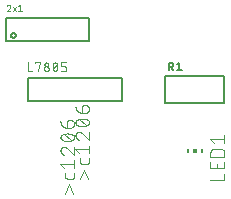
<source format=gbr>
G04 EAGLE Gerber RS-274X export*
G75*
%MOMM*%
%FSLAX34Y34*%
%LPD*%
%INSilkscreen Top*%
%IPPOS*%
%AMOC8*
5,1,8,0,0,1.08239X$1,22.5*%
G01*
%ADD10R,0.150000X0.300000*%
%ADD11R,0.300000X0.300000*%
%ADD12C,0.101600*%
%ADD13C,0.203200*%
%ADD14C,0.152400*%
%ADD15C,0.127000*%
%ADD16C,0.076200*%
%ADD17C,0.050800*%


D10*
X272700Y74700D03*
X260700Y74700D03*
D11*
X266700Y74700D03*
D12*
X279908Y50301D02*
X291592Y50301D01*
X291592Y55493D01*
X291592Y60207D02*
X291592Y65399D01*
X291592Y60207D02*
X279908Y60207D01*
X279908Y65399D01*
X285101Y64101D02*
X285101Y60207D01*
X279908Y70090D02*
X291592Y70090D01*
X279908Y70090D02*
X279908Y73335D01*
X279910Y73448D01*
X279916Y73561D01*
X279926Y73674D01*
X279940Y73787D01*
X279957Y73899D01*
X279979Y74010D01*
X280004Y74120D01*
X280034Y74230D01*
X280067Y74338D01*
X280104Y74445D01*
X280144Y74551D01*
X280189Y74655D01*
X280237Y74758D01*
X280288Y74859D01*
X280343Y74958D01*
X280401Y75055D01*
X280463Y75150D01*
X280528Y75243D01*
X280596Y75333D01*
X280667Y75421D01*
X280742Y75507D01*
X280819Y75590D01*
X280899Y75670D01*
X280982Y75747D01*
X281068Y75822D01*
X281156Y75893D01*
X281246Y75961D01*
X281339Y76026D01*
X281434Y76088D01*
X281531Y76146D01*
X281630Y76201D01*
X281731Y76252D01*
X281834Y76300D01*
X281938Y76345D01*
X282044Y76385D01*
X282151Y76422D01*
X282259Y76455D01*
X282369Y76485D01*
X282479Y76510D01*
X282590Y76532D01*
X282702Y76549D01*
X282815Y76563D01*
X282928Y76573D01*
X283041Y76579D01*
X283154Y76581D01*
X288346Y76581D01*
X288346Y76582D02*
X288459Y76580D01*
X288572Y76574D01*
X288685Y76564D01*
X288798Y76550D01*
X288910Y76533D01*
X289021Y76511D01*
X289131Y76486D01*
X289241Y76456D01*
X289349Y76423D01*
X289456Y76386D01*
X289562Y76346D01*
X289666Y76301D01*
X289769Y76253D01*
X289870Y76202D01*
X289969Y76147D01*
X290066Y76089D01*
X290161Y76027D01*
X290254Y75962D01*
X290344Y75894D01*
X290432Y75823D01*
X290518Y75748D01*
X290601Y75671D01*
X290681Y75591D01*
X290758Y75508D01*
X290833Y75422D01*
X290904Y75334D01*
X290972Y75244D01*
X291037Y75151D01*
X291099Y75056D01*
X291157Y74959D01*
X291212Y74860D01*
X291263Y74759D01*
X291311Y74656D01*
X291356Y74552D01*
X291396Y74446D01*
X291433Y74339D01*
X291466Y74231D01*
X291496Y74121D01*
X291521Y74011D01*
X291543Y73900D01*
X291560Y73788D01*
X291574Y73675D01*
X291584Y73562D01*
X291590Y73449D01*
X291592Y73336D01*
X291592Y73335D02*
X291592Y70090D01*
X282504Y81901D02*
X279908Y85146D01*
X291592Y85146D01*
X291592Y81901D02*
X291592Y88392D01*
D13*
X291592Y138430D02*
X241808Y138430D01*
X291592Y138430D02*
X291592Y115570D01*
X241808Y115570D01*
X241808Y138430D01*
D14*
X244602Y143002D02*
X244602Y149606D01*
X246436Y149606D01*
X246521Y149604D01*
X246605Y149598D01*
X246689Y149588D01*
X246773Y149575D01*
X246856Y149557D01*
X246938Y149536D01*
X247019Y149511D01*
X247099Y149482D01*
X247177Y149450D01*
X247253Y149414D01*
X247328Y149374D01*
X247401Y149331D01*
X247472Y149285D01*
X247541Y149236D01*
X247608Y149183D01*
X247672Y149127D01*
X247733Y149069D01*
X247791Y149008D01*
X247847Y148944D01*
X247900Y148877D01*
X247949Y148808D01*
X247995Y148737D01*
X248038Y148664D01*
X248078Y148589D01*
X248114Y148513D01*
X248146Y148435D01*
X248175Y148355D01*
X248200Y148274D01*
X248221Y148192D01*
X248239Y148109D01*
X248252Y148025D01*
X248262Y147941D01*
X248268Y147857D01*
X248270Y147772D01*
X248268Y147687D01*
X248262Y147603D01*
X248252Y147519D01*
X248239Y147435D01*
X248221Y147352D01*
X248200Y147270D01*
X248175Y147189D01*
X248146Y147109D01*
X248114Y147031D01*
X248078Y146955D01*
X248038Y146880D01*
X247995Y146807D01*
X247949Y146736D01*
X247900Y146667D01*
X247847Y146600D01*
X247791Y146536D01*
X247733Y146475D01*
X247672Y146417D01*
X247608Y146361D01*
X247541Y146308D01*
X247472Y146259D01*
X247401Y146213D01*
X247328Y146170D01*
X247253Y146130D01*
X247177Y146094D01*
X247099Y146062D01*
X247019Y146033D01*
X246938Y146008D01*
X246856Y145987D01*
X246773Y145969D01*
X246689Y145956D01*
X246605Y145946D01*
X246521Y145940D01*
X246436Y145938D01*
X246436Y145937D02*
X244602Y145937D01*
X246803Y145937D02*
X248271Y143002D01*
X251838Y148138D02*
X253673Y149606D01*
X253673Y143002D01*
X255507Y143002D02*
X251838Y143002D01*
D15*
X125100Y137000D02*
X125100Y117000D01*
X205100Y117000D01*
X205100Y137000D01*
X125100Y137000D01*
D16*
X125481Y142381D02*
X125481Y149747D01*
X125481Y142381D02*
X128755Y142381D01*
X131561Y148929D02*
X131561Y149747D01*
X135654Y149747D01*
X133607Y142381D01*
X138877Y144427D02*
X138879Y144516D01*
X138885Y144605D01*
X138895Y144694D01*
X138908Y144782D01*
X138925Y144870D01*
X138947Y144957D01*
X138972Y145042D01*
X139000Y145127D01*
X139033Y145210D01*
X139069Y145292D01*
X139108Y145372D01*
X139151Y145450D01*
X139197Y145526D01*
X139247Y145601D01*
X139300Y145673D01*
X139356Y145742D01*
X139415Y145809D01*
X139476Y145874D01*
X139541Y145935D01*
X139608Y145994D01*
X139677Y146050D01*
X139749Y146103D01*
X139824Y146153D01*
X139900Y146199D01*
X139978Y146242D01*
X140058Y146281D01*
X140140Y146317D01*
X140223Y146350D01*
X140308Y146378D01*
X140393Y146403D01*
X140480Y146425D01*
X140568Y146442D01*
X140656Y146455D01*
X140745Y146465D01*
X140834Y146471D01*
X140923Y146473D01*
X141012Y146471D01*
X141101Y146465D01*
X141190Y146455D01*
X141278Y146442D01*
X141366Y146425D01*
X141453Y146403D01*
X141538Y146378D01*
X141623Y146350D01*
X141706Y146317D01*
X141788Y146281D01*
X141868Y146242D01*
X141946Y146199D01*
X142022Y146153D01*
X142097Y146103D01*
X142169Y146050D01*
X142238Y145994D01*
X142305Y145935D01*
X142370Y145874D01*
X142431Y145809D01*
X142490Y145742D01*
X142546Y145673D01*
X142599Y145601D01*
X142649Y145526D01*
X142695Y145450D01*
X142738Y145372D01*
X142777Y145292D01*
X142813Y145210D01*
X142846Y145127D01*
X142874Y145042D01*
X142899Y144957D01*
X142921Y144870D01*
X142938Y144782D01*
X142951Y144694D01*
X142961Y144605D01*
X142967Y144516D01*
X142969Y144427D01*
X142967Y144338D01*
X142961Y144249D01*
X142951Y144160D01*
X142938Y144072D01*
X142921Y143984D01*
X142899Y143897D01*
X142874Y143812D01*
X142846Y143727D01*
X142813Y143644D01*
X142777Y143562D01*
X142738Y143482D01*
X142695Y143404D01*
X142649Y143328D01*
X142599Y143253D01*
X142546Y143181D01*
X142490Y143112D01*
X142431Y143045D01*
X142370Y142980D01*
X142305Y142919D01*
X142238Y142860D01*
X142169Y142804D01*
X142097Y142751D01*
X142022Y142701D01*
X141946Y142655D01*
X141868Y142612D01*
X141788Y142573D01*
X141706Y142537D01*
X141623Y142504D01*
X141538Y142476D01*
X141453Y142451D01*
X141366Y142429D01*
X141278Y142412D01*
X141190Y142399D01*
X141101Y142389D01*
X141012Y142383D01*
X140923Y142381D01*
X140834Y142383D01*
X140745Y142389D01*
X140656Y142399D01*
X140568Y142412D01*
X140480Y142429D01*
X140393Y142451D01*
X140308Y142476D01*
X140223Y142504D01*
X140140Y142537D01*
X140058Y142573D01*
X139978Y142612D01*
X139900Y142655D01*
X139824Y142701D01*
X139749Y142751D01*
X139677Y142804D01*
X139608Y142860D01*
X139541Y142919D01*
X139476Y142980D01*
X139415Y143045D01*
X139356Y143112D01*
X139300Y143181D01*
X139247Y143253D01*
X139197Y143328D01*
X139151Y143404D01*
X139108Y143482D01*
X139069Y143562D01*
X139033Y143644D01*
X139000Y143727D01*
X138972Y143812D01*
X138947Y143897D01*
X138925Y143984D01*
X138908Y144072D01*
X138895Y144160D01*
X138885Y144249D01*
X138879Y144338D01*
X138877Y144427D01*
X139286Y148110D02*
X139288Y148189D01*
X139294Y148268D01*
X139303Y148347D01*
X139316Y148425D01*
X139334Y148502D01*
X139354Y148578D01*
X139379Y148653D01*
X139407Y148727D01*
X139438Y148800D01*
X139474Y148871D01*
X139512Y148940D01*
X139554Y149007D01*
X139599Y149072D01*
X139647Y149135D01*
X139698Y149196D01*
X139752Y149253D01*
X139808Y149309D01*
X139867Y149361D01*
X139929Y149411D01*
X139993Y149457D01*
X140059Y149501D01*
X140127Y149541D01*
X140197Y149577D01*
X140269Y149611D01*
X140343Y149641D01*
X140417Y149667D01*
X140493Y149690D01*
X140570Y149708D01*
X140647Y149724D01*
X140726Y149735D01*
X140804Y149743D01*
X140883Y149747D01*
X140963Y149747D01*
X141042Y149743D01*
X141120Y149735D01*
X141199Y149724D01*
X141276Y149708D01*
X141353Y149690D01*
X141429Y149667D01*
X141503Y149641D01*
X141577Y149611D01*
X141649Y149577D01*
X141719Y149541D01*
X141787Y149501D01*
X141853Y149457D01*
X141917Y149411D01*
X141979Y149361D01*
X142038Y149309D01*
X142094Y149253D01*
X142148Y149196D01*
X142199Y149135D01*
X142247Y149072D01*
X142292Y149007D01*
X142334Y148940D01*
X142372Y148871D01*
X142408Y148800D01*
X142439Y148727D01*
X142467Y148653D01*
X142492Y148578D01*
X142512Y148502D01*
X142530Y148425D01*
X142543Y148347D01*
X142552Y148268D01*
X142558Y148189D01*
X142560Y148110D01*
X142558Y148031D01*
X142552Y147952D01*
X142543Y147873D01*
X142530Y147795D01*
X142512Y147718D01*
X142492Y147642D01*
X142467Y147567D01*
X142439Y147493D01*
X142408Y147420D01*
X142372Y147349D01*
X142334Y147280D01*
X142292Y147213D01*
X142247Y147148D01*
X142199Y147085D01*
X142148Y147024D01*
X142094Y146967D01*
X142038Y146911D01*
X141979Y146859D01*
X141917Y146809D01*
X141853Y146763D01*
X141787Y146719D01*
X141719Y146679D01*
X141649Y146643D01*
X141577Y146609D01*
X141503Y146579D01*
X141429Y146553D01*
X141353Y146530D01*
X141276Y146512D01*
X141199Y146496D01*
X141120Y146485D01*
X141042Y146477D01*
X140963Y146473D01*
X140883Y146473D01*
X140804Y146477D01*
X140726Y146485D01*
X140647Y146496D01*
X140570Y146512D01*
X140493Y146530D01*
X140417Y146553D01*
X140343Y146579D01*
X140269Y146609D01*
X140197Y146643D01*
X140127Y146679D01*
X140059Y146719D01*
X139993Y146763D01*
X139929Y146809D01*
X139867Y146859D01*
X139808Y146911D01*
X139752Y146967D01*
X139698Y147024D01*
X139647Y147085D01*
X139599Y147148D01*
X139554Y147213D01*
X139512Y147280D01*
X139474Y147349D01*
X139438Y147420D01*
X139407Y147493D01*
X139379Y147567D01*
X139354Y147642D01*
X139334Y147718D01*
X139316Y147795D01*
X139303Y147873D01*
X139294Y147952D01*
X139288Y148031D01*
X139286Y148110D01*
X146192Y146064D02*
X146194Y146217D01*
X146200Y146370D01*
X146209Y146522D01*
X146223Y146675D01*
X146240Y146827D01*
X146261Y146978D01*
X146286Y147129D01*
X146315Y147279D01*
X146347Y147429D01*
X146384Y147577D01*
X146424Y147725D01*
X146467Y147872D01*
X146515Y148017D01*
X146566Y148161D01*
X146620Y148304D01*
X146679Y148446D01*
X146740Y148585D01*
X146806Y148724D01*
X146832Y148794D01*
X146862Y148864D01*
X146895Y148931D01*
X146931Y148997D01*
X146970Y149061D01*
X147013Y149123D01*
X147059Y149182D01*
X147107Y149240D01*
X147158Y149294D01*
X147212Y149347D01*
X147269Y149396D01*
X147328Y149443D01*
X147389Y149486D01*
X147452Y149527D01*
X147517Y149564D01*
X147584Y149599D01*
X147653Y149629D01*
X147723Y149657D01*
X147794Y149680D01*
X147866Y149701D01*
X147939Y149717D01*
X148013Y149730D01*
X148088Y149740D01*
X148163Y149745D01*
X148238Y149747D01*
X148313Y149745D01*
X148388Y149740D01*
X148463Y149730D01*
X148537Y149717D01*
X148610Y149701D01*
X148682Y149680D01*
X148753Y149657D01*
X148823Y149629D01*
X148892Y149599D01*
X148959Y149564D01*
X149024Y149527D01*
X149087Y149486D01*
X149148Y149443D01*
X149207Y149396D01*
X149264Y149347D01*
X149318Y149294D01*
X149369Y149240D01*
X149418Y149182D01*
X149463Y149123D01*
X149506Y149061D01*
X149545Y148997D01*
X149582Y148931D01*
X149614Y148863D01*
X149644Y148794D01*
X149670Y148724D01*
X149735Y148586D01*
X149797Y148446D01*
X149855Y148304D01*
X149910Y148161D01*
X149961Y148017D01*
X150009Y147872D01*
X150052Y147725D01*
X150092Y147578D01*
X150129Y147429D01*
X150161Y147279D01*
X150190Y147129D01*
X150215Y146978D01*
X150236Y146827D01*
X150253Y146675D01*
X150267Y146522D01*
X150276Y146370D01*
X150282Y146217D01*
X150284Y146064D01*
X146191Y146064D02*
X146193Y145911D01*
X146199Y145758D01*
X146208Y145605D01*
X146222Y145453D01*
X146239Y145301D01*
X146260Y145150D01*
X146285Y144999D01*
X146314Y144848D01*
X146346Y144699D01*
X146383Y144550D01*
X146423Y144403D01*
X146466Y144256D01*
X146514Y144111D01*
X146565Y143966D01*
X146620Y143824D01*
X146678Y143682D01*
X146740Y143542D01*
X146805Y143404D01*
X146806Y143404D02*
X146832Y143333D01*
X146862Y143264D01*
X146895Y143197D01*
X146931Y143131D01*
X146970Y143067D01*
X147013Y143005D01*
X147059Y142946D01*
X147107Y142888D01*
X147158Y142834D01*
X147212Y142781D01*
X147269Y142732D01*
X147328Y142685D01*
X147389Y142642D01*
X147452Y142601D01*
X147517Y142564D01*
X147584Y142529D01*
X147653Y142499D01*
X147723Y142471D01*
X147794Y142448D01*
X147866Y142427D01*
X147939Y142411D01*
X148013Y142398D01*
X148088Y142388D01*
X148163Y142383D01*
X148238Y142381D01*
X149670Y143404D02*
X149735Y143542D01*
X149797Y143682D01*
X149855Y143824D01*
X149910Y143967D01*
X149961Y144111D01*
X150009Y144256D01*
X150052Y144403D01*
X150092Y144551D01*
X150129Y144699D01*
X150161Y144849D01*
X150190Y144999D01*
X150215Y145150D01*
X150236Y145301D01*
X150253Y145453D01*
X150267Y145606D01*
X150276Y145758D01*
X150282Y145911D01*
X150284Y146064D01*
X149670Y143404D02*
X149644Y143334D01*
X149614Y143264D01*
X149582Y143197D01*
X149545Y143131D01*
X149506Y143067D01*
X149463Y143005D01*
X149417Y142946D01*
X149369Y142888D01*
X149318Y142834D01*
X149264Y142781D01*
X149207Y142732D01*
X149148Y142685D01*
X149087Y142642D01*
X149024Y142601D01*
X148959Y142564D01*
X148892Y142529D01*
X148823Y142499D01*
X148753Y142471D01*
X148682Y142448D01*
X148610Y142427D01*
X148537Y142411D01*
X148463Y142398D01*
X148388Y142388D01*
X148313Y142383D01*
X148238Y142381D01*
X146601Y144018D02*
X149875Y148110D01*
X153507Y142381D02*
X155962Y142381D01*
X156040Y142383D01*
X156118Y142388D01*
X156195Y142398D01*
X156272Y142411D01*
X156348Y142427D01*
X156423Y142447D01*
X156497Y142471D01*
X156570Y142498D01*
X156642Y142529D01*
X156712Y142563D01*
X156781Y142600D01*
X156847Y142641D01*
X156912Y142685D01*
X156974Y142731D01*
X157034Y142781D01*
X157092Y142833D01*
X157147Y142888D01*
X157199Y142946D01*
X157249Y143006D01*
X157295Y143068D01*
X157339Y143133D01*
X157380Y143200D01*
X157417Y143268D01*
X157451Y143338D01*
X157482Y143410D01*
X157509Y143483D01*
X157533Y143557D01*
X157553Y143632D01*
X157569Y143708D01*
X157582Y143785D01*
X157592Y143862D01*
X157597Y143940D01*
X157599Y144018D01*
X157599Y144836D01*
X157597Y144914D01*
X157592Y144992D01*
X157582Y145069D01*
X157569Y145146D01*
X157553Y145222D01*
X157533Y145297D01*
X157509Y145371D01*
X157482Y145444D01*
X157451Y145516D01*
X157417Y145586D01*
X157380Y145655D01*
X157339Y145721D01*
X157295Y145786D01*
X157249Y145848D01*
X157199Y145908D01*
X157147Y145966D01*
X157092Y146021D01*
X157034Y146073D01*
X156974Y146123D01*
X156912Y146169D01*
X156847Y146213D01*
X156781Y146254D01*
X156712Y146291D01*
X156642Y146325D01*
X156570Y146356D01*
X156497Y146383D01*
X156423Y146407D01*
X156348Y146427D01*
X156272Y146443D01*
X156195Y146456D01*
X156118Y146466D01*
X156040Y146471D01*
X155962Y146473D01*
X153507Y146473D01*
X153507Y149747D01*
X157599Y149747D01*
D15*
X107000Y167800D02*
X107000Y187800D01*
X107000Y167800D02*
X177000Y167800D01*
X177000Y187800D01*
X107000Y187800D01*
D17*
X110358Y197245D02*
X110356Y197318D01*
X110350Y197391D01*
X110341Y197464D01*
X110327Y197535D01*
X110310Y197607D01*
X110290Y197677D01*
X110265Y197746D01*
X110237Y197813D01*
X110206Y197879D01*
X110171Y197944D01*
X110133Y198006D01*
X110091Y198066D01*
X110047Y198124D01*
X109999Y198180D01*
X109949Y198233D01*
X109896Y198283D01*
X109840Y198331D01*
X109782Y198375D01*
X109722Y198417D01*
X109660Y198455D01*
X109595Y198490D01*
X109529Y198521D01*
X109462Y198549D01*
X109393Y198574D01*
X109323Y198594D01*
X109251Y198611D01*
X109180Y198625D01*
X109107Y198634D01*
X109034Y198640D01*
X108961Y198642D01*
X108877Y198640D01*
X108794Y198634D01*
X108711Y198625D01*
X108629Y198611D01*
X108547Y198594D01*
X108466Y198572D01*
X108386Y198547D01*
X108308Y198519D01*
X108230Y198487D01*
X108155Y198451D01*
X108081Y198412D01*
X108009Y198369D01*
X107939Y198323D01*
X107872Y198274D01*
X107806Y198221D01*
X107744Y198166D01*
X107684Y198108D01*
X107626Y198047D01*
X107572Y197984D01*
X107520Y197918D01*
X107472Y197850D01*
X107427Y197779D01*
X107385Y197707D01*
X107347Y197632D01*
X107312Y197556D01*
X107281Y197479D01*
X107253Y197400D01*
X109892Y196159D02*
X109946Y196212D01*
X109997Y196269D01*
X110045Y196328D01*
X110090Y196389D01*
X110131Y196452D01*
X110170Y196518D01*
X110205Y196585D01*
X110237Y196654D01*
X110265Y196725D01*
X110289Y196796D01*
X110310Y196869D01*
X110327Y196943D01*
X110341Y197018D01*
X110350Y197093D01*
X110356Y197169D01*
X110358Y197245D01*
X109893Y196158D02*
X107254Y193054D01*
X110358Y193054D01*
X112502Y193054D02*
X114986Y196779D01*
X112502Y196779D02*
X114986Y193054D01*
X117129Y197400D02*
X118682Y198642D01*
X118682Y193054D01*
X120234Y193054D02*
X117129Y193054D01*
D15*
X111000Y172800D02*
X111002Y172889D01*
X111008Y172978D01*
X111018Y173067D01*
X111032Y173155D01*
X111049Y173242D01*
X111071Y173328D01*
X111097Y173414D01*
X111126Y173498D01*
X111159Y173581D01*
X111195Y173662D01*
X111236Y173742D01*
X111279Y173819D01*
X111326Y173895D01*
X111377Y173968D01*
X111430Y174039D01*
X111487Y174108D01*
X111547Y174174D01*
X111610Y174238D01*
X111675Y174298D01*
X111743Y174356D01*
X111814Y174410D01*
X111887Y174461D01*
X111962Y174509D01*
X112039Y174554D01*
X112118Y174595D01*
X112199Y174632D01*
X112281Y174666D01*
X112365Y174697D01*
X112450Y174723D01*
X112536Y174746D01*
X112623Y174764D01*
X112711Y174779D01*
X112800Y174790D01*
X112889Y174797D01*
X112978Y174800D01*
X113067Y174799D01*
X113156Y174794D01*
X113244Y174785D01*
X113333Y174772D01*
X113420Y174755D01*
X113507Y174735D01*
X113593Y174710D01*
X113677Y174682D01*
X113760Y174650D01*
X113842Y174614D01*
X113922Y174575D01*
X114000Y174532D01*
X114076Y174486D01*
X114150Y174436D01*
X114222Y174383D01*
X114291Y174327D01*
X114358Y174268D01*
X114422Y174206D01*
X114483Y174142D01*
X114542Y174074D01*
X114597Y174004D01*
X114649Y173932D01*
X114698Y173857D01*
X114743Y173781D01*
X114785Y173702D01*
X114823Y173622D01*
X114858Y173540D01*
X114889Y173456D01*
X114917Y173371D01*
X114940Y173285D01*
X114960Y173198D01*
X114976Y173111D01*
X114988Y173022D01*
X114996Y172934D01*
X115000Y172845D01*
X115000Y172755D01*
X114996Y172666D01*
X114988Y172578D01*
X114976Y172489D01*
X114960Y172402D01*
X114940Y172315D01*
X114917Y172229D01*
X114889Y172144D01*
X114858Y172060D01*
X114823Y171978D01*
X114785Y171898D01*
X114743Y171819D01*
X114698Y171743D01*
X114649Y171668D01*
X114597Y171596D01*
X114542Y171526D01*
X114483Y171458D01*
X114422Y171394D01*
X114358Y171332D01*
X114291Y171273D01*
X114222Y171217D01*
X114150Y171164D01*
X114076Y171114D01*
X114000Y171068D01*
X113922Y171025D01*
X113842Y170986D01*
X113760Y170950D01*
X113677Y170918D01*
X113593Y170890D01*
X113507Y170865D01*
X113420Y170845D01*
X113333Y170828D01*
X113244Y170815D01*
X113156Y170806D01*
X113067Y170801D01*
X112978Y170800D01*
X112889Y170803D01*
X112800Y170810D01*
X112711Y170821D01*
X112623Y170836D01*
X112536Y170854D01*
X112450Y170877D01*
X112365Y170903D01*
X112281Y170934D01*
X112199Y170968D01*
X112118Y171005D01*
X112039Y171046D01*
X111962Y171091D01*
X111887Y171139D01*
X111814Y171190D01*
X111743Y171244D01*
X111675Y171302D01*
X111610Y171362D01*
X111547Y171426D01*
X111487Y171492D01*
X111430Y171561D01*
X111377Y171632D01*
X111326Y171705D01*
X111279Y171781D01*
X111236Y171858D01*
X111195Y171938D01*
X111159Y172019D01*
X111126Y172102D01*
X111097Y172186D01*
X111071Y172272D01*
X111049Y172358D01*
X111032Y172445D01*
X111018Y172533D01*
X111008Y172622D01*
X111002Y172711D01*
X111000Y172800D01*
D12*
X160048Y46496D02*
X156803Y38707D01*
X163294Y38707D02*
X160048Y46496D01*
X164592Y53396D02*
X164592Y55992D01*
X164592Y53396D02*
X164590Y53309D01*
X164584Y53221D01*
X164574Y53135D01*
X164561Y53048D01*
X164543Y52963D01*
X164522Y52878D01*
X164497Y52794D01*
X164468Y52712D01*
X164435Y52631D01*
X164399Y52551D01*
X164360Y52473D01*
X164316Y52397D01*
X164270Y52323D01*
X164220Y52252D01*
X164167Y52182D01*
X164111Y52115D01*
X164052Y52051D01*
X163990Y51989D01*
X163926Y51930D01*
X163859Y51874D01*
X163789Y51821D01*
X163718Y51771D01*
X163644Y51725D01*
X163568Y51681D01*
X163490Y51642D01*
X163410Y51606D01*
X163329Y51573D01*
X163247Y51544D01*
X163163Y51519D01*
X163078Y51498D01*
X162993Y51480D01*
X162906Y51467D01*
X162820Y51457D01*
X162732Y51451D01*
X162645Y51449D01*
X162645Y51448D02*
X158750Y51448D01*
X158750Y51449D02*
X158663Y51451D01*
X158575Y51457D01*
X158489Y51467D01*
X158402Y51480D01*
X158317Y51498D01*
X158232Y51519D01*
X158148Y51544D01*
X158066Y51573D01*
X157985Y51606D01*
X157905Y51642D01*
X157827Y51681D01*
X157751Y51725D01*
X157677Y51771D01*
X157606Y51821D01*
X157536Y51874D01*
X157469Y51930D01*
X157405Y51989D01*
X157343Y52051D01*
X157284Y52115D01*
X157228Y52182D01*
X157175Y52252D01*
X157125Y52323D01*
X157079Y52397D01*
X157035Y52473D01*
X156996Y52551D01*
X156960Y52631D01*
X156927Y52712D01*
X156898Y52794D01*
X156873Y52878D01*
X156852Y52963D01*
X156834Y53048D01*
X156821Y53135D01*
X156811Y53221D01*
X156805Y53309D01*
X156803Y53396D01*
X156803Y55992D01*
X155504Y60311D02*
X152908Y63557D01*
X164592Y63557D01*
X164592Y66802D02*
X164592Y60311D01*
X152908Y75311D02*
X152910Y75418D01*
X152916Y75524D01*
X152926Y75630D01*
X152939Y75736D01*
X152957Y75842D01*
X152978Y75946D01*
X153003Y76050D01*
X153032Y76153D01*
X153064Y76254D01*
X153101Y76354D01*
X153141Y76453D01*
X153184Y76551D01*
X153231Y76647D01*
X153282Y76741D01*
X153336Y76833D01*
X153393Y76923D01*
X153453Y77011D01*
X153517Y77096D01*
X153584Y77179D01*
X153654Y77260D01*
X153726Y77338D01*
X153802Y77414D01*
X153880Y77486D01*
X153961Y77556D01*
X154044Y77623D01*
X154129Y77687D01*
X154217Y77747D01*
X154307Y77804D01*
X154399Y77858D01*
X154493Y77909D01*
X154589Y77956D01*
X154687Y77999D01*
X154786Y78039D01*
X154886Y78076D01*
X154987Y78108D01*
X155090Y78137D01*
X155194Y78162D01*
X155298Y78183D01*
X155404Y78201D01*
X155510Y78214D01*
X155616Y78224D01*
X155722Y78230D01*
X155829Y78232D01*
X152908Y75311D02*
X152910Y75190D01*
X152916Y75069D01*
X152926Y74949D01*
X152939Y74828D01*
X152957Y74709D01*
X152978Y74589D01*
X153003Y74471D01*
X153032Y74354D01*
X153065Y74237D01*
X153101Y74122D01*
X153142Y74008D01*
X153185Y73895D01*
X153233Y73783D01*
X153284Y73674D01*
X153339Y73566D01*
X153397Y73459D01*
X153458Y73355D01*
X153523Y73253D01*
X153591Y73153D01*
X153662Y73055D01*
X153736Y72959D01*
X153813Y72866D01*
X153894Y72776D01*
X153977Y72688D01*
X154063Y72603D01*
X154152Y72520D01*
X154243Y72441D01*
X154337Y72364D01*
X154433Y72291D01*
X154531Y72221D01*
X154632Y72154D01*
X154735Y72090D01*
X154840Y72030D01*
X154947Y71972D01*
X155055Y71919D01*
X155165Y71869D01*
X155277Y71823D01*
X155390Y71780D01*
X155505Y71741D01*
X158101Y77258D02*
X158023Y77337D01*
X157943Y77413D01*
X157860Y77486D01*
X157774Y77556D01*
X157687Y77623D01*
X157596Y77687D01*
X157504Y77747D01*
X157410Y77805D01*
X157313Y77859D01*
X157215Y77909D01*
X157115Y77956D01*
X157014Y78000D01*
X156911Y78040D01*
X156806Y78076D01*
X156701Y78108D01*
X156594Y78137D01*
X156487Y78162D01*
X156378Y78184D01*
X156269Y78201D01*
X156160Y78215D01*
X156050Y78224D01*
X155939Y78230D01*
X155829Y78232D01*
X158101Y77258D02*
X164592Y71741D01*
X164592Y78232D01*
X158750Y83171D02*
X158520Y83174D01*
X158290Y83182D01*
X158061Y83196D01*
X157832Y83215D01*
X157603Y83240D01*
X157375Y83270D01*
X157148Y83305D01*
X156922Y83346D01*
X156697Y83392D01*
X156473Y83444D01*
X156250Y83501D01*
X156029Y83563D01*
X155809Y83631D01*
X155591Y83704D01*
X155375Y83782D01*
X155161Y83865D01*
X154949Y83953D01*
X154738Y84046D01*
X154531Y84145D01*
X154531Y84144D02*
X154441Y84177D01*
X154352Y84213D01*
X154264Y84253D01*
X154179Y84297D01*
X154095Y84344D01*
X154013Y84394D01*
X153933Y84448D01*
X153856Y84504D01*
X153780Y84564D01*
X153707Y84627D01*
X153637Y84692D01*
X153569Y84761D01*
X153505Y84832D01*
X153443Y84905D01*
X153384Y84981D01*
X153328Y85059D01*
X153275Y85140D01*
X153226Y85222D01*
X153180Y85306D01*
X153137Y85393D01*
X153098Y85480D01*
X153062Y85570D01*
X153030Y85660D01*
X153002Y85752D01*
X152977Y85845D01*
X152956Y85939D01*
X152939Y86033D01*
X152925Y86128D01*
X152916Y86224D01*
X152910Y86320D01*
X152908Y86416D01*
X152910Y86512D01*
X152916Y86608D01*
X152925Y86704D01*
X152939Y86799D01*
X152956Y86893D01*
X152977Y86987D01*
X153002Y87080D01*
X153030Y87172D01*
X153062Y87262D01*
X153098Y87352D01*
X153137Y87440D01*
X153180Y87526D01*
X153226Y87610D01*
X153275Y87692D01*
X153328Y87773D01*
X153384Y87851D01*
X153443Y87927D01*
X153505Y88000D01*
X153569Y88071D01*
X153637Y88140D01*
X153707Y88205D01*
X153780Y88268D01*
X153856Y88328D01*
X153933Y88384D01*
X154013Y88438D01*
X154095Y88488D01*
X154179Y88535D01*
X154264Y88579D01*
X154352Y88619D01*
X154441Y88655D01*
X154531Y88688D01*
X154738Y88787D01*
X154949Y88880D01*
X155161Y88968D01*
X155375Y89051D01*
X155591Y89129D01*
X155809Y89202D01*
X156029Y89270D01*
X156250Y89332D01*
X156473Y89389D01*
X156697Y89441D01*
X156922Y89487D01*
X157148Y89528D01*
X157375Y89563D01*
X157603Y89593D01*
X157832Y89618D01*
X158061Y89637D01*
X158290Y89651D01*
X158520Y89659D01*
X158750Y89662D01*
X158750Y83171D02*
X158980Y83174D01*
X159210Y83182D01*
X159439Y83196D01*
X159668Y83215D01*
X159897Y83240D01*
X160125Y83270D01*
X160352Y83305D01*
X160578Y83346D01*
X160803Y83392D01*
X161027Y83444D01*
X161250Y83501D01*
X161471Y83563D01*
X161691Y83631D01*
X161909Y83704D01*
X162125Y83782D01*
X162339Y83865D01*
X162551Y83953D01*
X162762Y84046D01*
X162969Y84145D01*
X162969Y84144D02*
X163059Y84177D01*
X163148Y84213D01*
X163236Y84254D01*
X163321Y84297D01*
X163405Y84344D01*
X163487Y84394D01*
X163567Y84448D01*
X163644Y84504D01*
X163720Y84564D01*
X163793Y84627D01*
X163863Y84692D01*
X163931Y84761D01*
X163995Y84832D01*
X164057Y84905D01*
X164116Y84981D01*
X164172Y85059D01*
X164225Y85140D01*
X164274Y85222D01*
X164320Y85306D01*
X164363Y85393D01*
X164402Y85480D01*
X164438Y85570D01*
X164470Y85660D01*
X164498Y85752D01*
X164523Y85845D01*
X164544Y85939D01*
X164561Y86033D01*
X164575Y86128D01*
X164584Y86224D01*
X164590Y86320D01*
X164592Y86416D01*
X162969Y88688D02*
X162762Y88787D01*
X162551Y88880D01*
X162339Y88968D01*
X162125Y89051D01*
X161909Y89129D01*
X161691Y89202D01*
X161471Y89270D01*
X161250Y89332D01*
X161027Y89389D01*
X160803Y89441D01*
X160578Y89487D01*
X160352Y89528D01*
X160125Y89563D01*
X159897Y89593D01*
X159668Y89618D01*
X159439Y89637D01*
X159210Y89651D01*
X158980Y89659D01*
X158750Y89662D01*
X162969Y88688D02*
X163059Y88655D01*
X163148Y88619D01*
X163236Y88579D01*
X163321Y88535D01*
X163405Y88488D01*
X163487Y88438D01*
X163567Y88384D01*
X163644Y88328D01*
X163720Y88268D01*
X163793Y88205D01*
X163863Y88140D01*
X163931Y88071D01*
X163995Y88000D01*
X164057Y87927D01*
X164116Y87851D01*
X164172Y87773D01*
X164225Y87692D01*
X164274Y87610D01*
X164320Y87526D01*
X164363Y87439D01*
X164402Y87352D01*
X164438Y87262D01*
X164470Y87172D01*
X164498Y87080D01*
X164523Y86987D01*
X164544Y86893D01*
X164561Y86799D01*
X164575Y86704D01*
X164584Y86608D01*
X164590Y86512D01*
X164592Y86416D01*
X161996Y83820D02*
X155504Y89013D01*
X158101Y94601D02*
X158101Y98496D01*
X158103Y98595D01*
X158109Y98695D01*
X158118Y98794D01*
X158131Y98892D01*
X158148Y98990D01*
X158169Y99088D01*
X158194Y99184D01*
X158222Y99279D01*
X158254Y99373D01*
X158289Y99466D01*
X158328Y99558D01*
X158371Y99648D01*
X158416Y99736D01*
X158466Y99823D01*
X158518Y99907D01*
X158574Y99990D01*
X158632Y100070D01*
X158694Y100148D01*
X158759Y100223D01*
X158827Y100296D01*
X158897Y100366D01*
X158970Y100434D01*
X159045Y100499D01*
X159123Y100561D01*
X159203Y100619D01*
X159286Y100675D01*
X159370Y100727D01*
X159457Y100777D01*
X159545Y100822D01*
X159635Y100865D01*
X159727Y100904D01*
X159820Y100939D01*
X159914Y100971D01*
X160009Y100999D01*
X160105Y101024D01*
X160203Y101045D01*
X160301Y101062D01*
X160399Y101075D01*
X160498Y101084D01*
X160598Y101090D01*
X160697Y101092D01*
X161346Y101092D01*
X161459Y101090D01*
X161572Y101084D01*
X161685Y101074D01*
X161798Y101060D01*
X161910Y101043D01*
X162021Y101021D01*
X162131Y100996D01*
X162241Y100966D01*
X162349Y100933D01*
X162456Y100896D01*
X162562Y100856D01*
X162666Y100811D01*
X162769Y100763D01*
X162870Y100712D01*
X162969Y100657D01*
X163066Y100599D01*
X163161Y100537D01*
X163254Y100472D01*
X163344Y100404D01*
X163432Y100333D01*
X163518Y100258D01*
X163601Y100181D01*
X163681Y100101D01*
X163758Y100018D01*
X163833Y99932D01*
X163904Y99844D01*
X163972Y99754D01*
X164037Y99661D01*
X164099Y99566D01*
X164157Y99469D01*
X164212Y99370D01*
X164263Y99269D01*
X164311Y99166D01*
X164356Y99062D01*
X164396Y98956D01*
X164433Y98849D01*
X164466Y98741D01*
X164496Y98631D01*
X164521Y98521D01*
X164543Y98410D01*
X164560Y98298D01*
X164574Y98185D01*
X164584Y98072D01*
X164590Y97959D01*
X164592Y97846D01*
X164590Y97733D01*
X164584Y97620D01*
X164574Y97507D01*
X164560Y97394D01*
X164543Y97282D01*
X164521Y97171D01*
X164496Y97061D01*
X164466Y96951D01*
X164433Y96843D01*
X164396Y96736D01*
X164356Y96630D01*
X164311Y96526D01*
X164263Y96423D01*
X164212Y96322D01*
X164157Y96223D01*
X164099Y96126D01*
X164037Y96031D01*
X163972Y95938D01*
X163904Y95848D01*
X163833Y95760D01*
X163758Y95674D01*
X163681Y95591D01*
X163601Y95511D01*
X163518Y95434D01*
X163432Y95359D01*
X163344Y95288D01*
X163254Y95220D01*
X163161Y95155D01*
X163066Y95093D01*
X162969Y95035D01*
X162870Y94980D01*
X162769Y94929D01*
X162666Y94881D01*
X162562Y94836D01*
X162456Y94796D01*
X162349Y94759D01*
X162241Y94726D01*
X162131Y94696D01*
X162021Y94671D01*
X161910Y94649D01*
X161798Y94632D01*
X161685Y94618D01*
X161572Y94608D01*
X161459Y94602D01*
X161346Y94600D01*
X161346Y94601D02*
X158101Y94601D01*
X157958Y94603D01*
X157815Y94609D01*
X157672Y94619D01*
X157530Y94633D01*
X157388Y94650D01*
X157246Y94672D01*
X157105Y94697D01*
X156965Y94727D01*
X156826Y94760D01*
X156688Y94797D01*
X156551Y94838D01*
X156415Y94882D01*
X156280Y94931D01*
X156147Y94983D01*
X156015Y95038D01*
X155885Y95098D01*
X155756Y95161D01*
X155629Y95227D01*
X155505Y95297D01*
X155382Y95370D01*
X155261Y95447D01*
X155142Y95526D01*
X155026Y95610D01*
X154911Y95696D01*
X154800Y95785D01*
X154691Y95878D01*
X154584Y95973D01*
X154480Y96072D01*
X154379Y96173D01*
X154280Y96277D01*
X154185Y96383D01*
X154092Y96493D01*
X154003Y96604D01*
X153917Y96718D01*
X153834Y96835D01*
X153754Y96954D01*
X153677Y97075D01*
X153604Y97197D01*
X153534Y97322D01*
X153468Y97449D01*
X153405Y97578D01*
X153345Y97708D01*
X153290Y97840D01*
X153238Y97973D01*
X153189Y98108D01*
X153145Y98244D01*
X153104Y98381D01*
X153067Y98519D01*
X153034Y98658D01*
X153004Y98798D01*
X152979Y98939D01*
X152957Y99081D01*
X152940Y99223D01*
X152926Y99365D01*
X152916Y99508D01*
X152910Y99651D01*
X152908Y99794D01*
X172748Y59097D02*
X169503Y51308D01*
X175994Y51308D02*
X172748Y59097D01*
X177292Y65997D02*
X177292Y68593D01*
X177292Y65997D02*
X177290Y65910D01*
X177284Y65822D01*
X177274Y65736D01*
X177261Y65649D01*
X177243Y65564D01*
X177222Y65479D01*
X177197Y65395D01*
X177168Y65313D01*
X177135Y65232D01*
X177099Y65152D01*
X177060Y65074D01*
X177016Y64998D01*
X176970Y64924D01*
X176920Y64853D01*
X176867Y64783D01*
X176811Y64716D01*
X176752Y64652D01*
X176690Y64590D01*
X176626Y64531D01*
X176559Y64475D01*
X176489Y64422D01*
X176418Y64372D01*
X176344Y64326D01*
X176268Y64282D01*
X176190Y64243D01*
X176110Y64207D01*
X176029Y64174D01*
X175947Y64145D01*
X175863Y64120D01*
X175778Y64099D01*
X175693Y64081D01*
X175606Y64068D01*
X175520Y64058D01*
X175432Y64052D01*
X175345Y64050D01*
X171450Y64050D01*
X171363Y64052D01*
X171275Y64058D01*
X171189Y64068D01*
X171102Y64081D01*
X171017Y64099D01*
X170932Y64120D01*
X170848Y64145D01*
X170766Y64174D01*
X170685Y64207D01*
X170605Y64243D01*
X170527Y64282D01*
X170451Y64326D01*
X170377Y64372D01*
X170306Y64422D01*
X170236Y64475D01*
X170169Y64531D01*
X170105Y64590D01*
X170043Y64652D01*
X169984Y64716D01*
X169928Y64783D01*
X169875Y64853D01*
X169825Y64924D01*
X169779Y64998D01*
X169735Y65074D01*
X169696Y65152D01*
X169660Y65232D01*
X169627Y65313D01*
X169598Y65395D01*
X169573Y65479D01*
X169552Y65564D01*
X169534Y65649D01*
X169521Y65736D01*
X169511Y65822D01*
X169505Y65910D01*
X169503Y65997D01*
X169503Y68593D01*
X168204Y72912D02*
X165608Y76158D01*
X177292Y76158D01*
X177292Y79403D02*
X177292Y72912D01*
X165608Y87912D02*
X165610Y88019D01*
X165616Y88125D01*
X165626Y88231D01*
X165639Y88337D01*
X165657Y88443D01*
X165678Y88547D01*
X165703Y88651D01*
X165732Y88754D01*
X165764Y88855D01*
X165801Y88955D01*
X165841Y89054D01*
X165884Y89152D01*
X165931Y89248D01*
X165982Y89342D01*
X166036Y89434D01*
X166093Y89524D01*
X166153Y89612D01*
X166217Y89697D01*
X166284Y89780D01*
X166354Y89861D01*
X166426Y89939D01*
X166502Y90015D01*
X166580Y90087D01*
X166661Y90157D01*
X166744Y90224D01*
X166829Y90288D01*
X166917Y90348D01*
X167007Y90405D01*
X167099Y90459D01*
X167193Y90510D01*
X167289Y90557D01*
X167387Y90600D01*
X167486Y90640D01*
X167586Y90677D01*
X167687Y90709D01*
X167790Y90738D01*
X167894Y90763D01*
X167998Y90784D01*
X168104Y90802D01*
X168210Y90815D01*
X168316Y90825D01*
X168422Y90831D01*
X168529Y90833D01*
X165608Y87912D02*
X165610Y87791D01*
X165616Y87670D01*
X165626Y87550D01*
X165639Y87429D01*
X165657Y87310D01*
X165678Y87190D01*
X165703Y87072D01*
X165732Y86955D01*
X165765Y86838D01*
X165801Y86723D01*
X165842Y86609D01*
X165885Y86496D01*
X165933Y86384D01*
X165984Y86275D01*
X166039Y86167D01*
X166097Y86060D01*
X166158Y85956D01*
X166223Y85854D01*
X166291Y85754D01*
X166362Y85656D01*
X166436Y85560D01*
X166513Y85467D01*
X166594Y85377D01*
X166677Y85289D01*
X166763Y85204D01*
X166852Y85121D01*
X166943Y85042D01*
X167037Y84965D01*
X167133Y84892D01*
X167231Y84822D01*
X167332Y84755D01*
X167435Y84691D01*
X167540Y84631D01*
X167647Y84573D01*
X167755Y84520D01*
X167865Y84470D01*
X167977Y84424D01*
X168090Y84381D01*
X168205Y84342D01*
X170801Y89859D02*
X170723Y89938D01*
X170643Y90014D01*
X170560Y90087D01*
X170474Y90157D01*
X170387Y90224D01*
X170296Y90288D01*
X170204Y90348D01*
X170110Y90406D01*
X170013Y90460D01*
X169915Y90510D01*
X169815Y90557D01*
X169714Y90601D01*
X169611Y90641D01*
X169506Y90677D01*
X169401Y90709D01*
X169294Y90738D01*
X169187Y90763D01*
X169078Y90785D01*
X168969Y90802D01*
X168860Y90816D01*
X168750Y90825D01*
X168639Y90831D01*
X168529Y90833D01*
X170801Y89859D02*
X177292Y84342D01*
X177292Y90833D01*
X171450Y95772D02*
X171220Y95775D01*
X170990Y95783D01*
X170761Y95797D01*
X170532Y95816D01*
X170303Y95841D01*
X170075Y95871D01*
X169848Y95906D01*
X169622Y95947D01*
X169397Y95993D01*
X169173Y96045D01*
X168950Y96102D01*
X168729Y96164D01*
X168509Y96232D01*
X168291Y96305D01*
X168075Y96383D01*
X167861Y96466D01*
X167649Y96554D01*
X167438Y96647D01*
X167231Y96746D01*
X167141Y96779D01*
X167052Y96815D01*
X166964Y96855D01*
X166879Y96899D01*
X166795Y96946D01*
X166713Y96996D01*
X166633Y97050D01*
X166556Y97106D01*
X166480Y97166D01*
X166407Y97229D01*
X166337Y97294D01*
X166269Y97363D01*
X166205Y97434D01*
X166143Y97507D01*
X166084Y97583D01*
X166028Y97661D01*
X165975Y97742D01*
X165926Y97824D01*
X165880Y97908D01*
X165837Y97995D01*
X165798Y98082D01*
X165762Y98172D01*
X165730Y98262D01*
X165702Y98354D01*
X165677Y98447D01*
X165656Y98541D01*
X165639Y98635D01*
X165625Y98730D01*
X165616Y98826D01*
X165610Y98922D01*
X165608Y99018D01*
X165610Y99114D01*
X165616Y99210D01*
X165625Y99306D01*
X165639Y99401D01*
X165656Y99495D01*
X165677Y99589D01*
X165702Y99682D01*
X165730Y99774D01*
X165762Y99864D01*
X165798Y99954D01*
X165837Y100042D01*
X165880Y100128D01*
X165926Y100212D01*
X165975Y100294D01*
X166028Y100375D01*
X166084Y100453D01*
X166143Y100529D01*
X166205Y100602D01*
X166269Y100673D01*
X166337Y100742D01*
X166407Y100807D01*
X166480Y100870D01*
X166556Y100930D01*
X166633Y100986D01*
X166713Y101040D01*
X166795Y101090D01*
X166879Y101137D01*
X166964Y101181D01*
X167052Y101221D01*
X167141Y101257D01*
X167231Y101290D01*
X167231Y101289D02*
X167438Y101388D01*
X167649Y101481D01*
X167861Y101569D01*
X168075Y101652D01*
X168291Y101730D01*
X168509Y101803D01*
X168729Y101871D01*
X168950Y101933D01*
X169173Y101990D01*
X169397Y102042D01*
X169622Y102088D01*
X169848Y102129D01*
X170075Y102164D01*
X170303Y102194D01*
X170532Y102219D01*
X170761Y102238D01*
X170990Y102252D01*
X171220Y102260D01*
X171450Y102263D01*
X171450Y95772D02*
X171680Y95775D01*
X171910Y95783D01*
X172139Y95797D01*
X172368Y95816D01*
X172597Y95841D01*
X172825Y95871D01*
X173052Y95906D01*
X173278Y95947D01*
X173503Y95993D01*
X173727Y96045D01*
X173950Y96102D01*
X174171Y96164D01*
X174391Y96232D01*
X174609Y96305D01*
X174825Y96383D01*
X175039Y96466D01*
X175251Y96554D01*
X175462Y96647D01*
X175669Y96746D01*
X175759Y96779D01*
X175848Y96815D01*
X175936Y96856D01*
X176021Y96899D01*
X176105Y96946D01*
X176187Y96996D01*
X176267Y97050D01*
X176344Y97106D01*
X176420Y97166D01*
X176493Y97229D01*
X176563Y97294D01*
X176631Y97363D01*
X176695Y97434D01*
X176757Y97507D01*
X176816Y97583D01*
X176872Y97661D01*
X176925Y97742D01*
X176974Y97824D01*
X177020Y97908D01*
X177063Y97995D01*
X177102Y98082D01*
X177138Y98172D01*
X177170Y98262D01*
X177198Y98354D01*
X177223Y98447D01*
X177244Y98541D01*
X177261Y98635D01*
X177275Y98730D01*
X177284Y98826D01*
X177290Y98922D01*
X177292Y99018D01*
X175669Y101289D02*
X175462Y101388D01*
X175251Y101481D01*
X175039Y101569D01*
X174825Y101652D01*
X174609Y101730D01*
X174391Y101803D01*
X174171Y101871D01*
X173950Y101933D01*
X173727Y101990D01*
X173503Y102042D01*
X173278Y102088D01*
X173052Y102129D01*
X172825Y102164D01*
X172597Y102194D01*
X172368Y102219D01*
X172139Y102238D01*
X171910Y102252D01*
X171680Y102260D01*
X171450Y102263D01*
X175669Y101290D02*
X175759Y101257D01*
X175848Y101221D01*
X175936Y101181D01*
X176021Y101137D01*
X176105Y101090D01*
X176187Y101040D01*
X176267Y100986D01*
X176344Y100930D01*
X176420Y100870D01*
X176493Y100807D01*
X176563Y100742D01*
X176631Y100673D01*
X176695Y100602D01*
X176757Y100529D01*
X176816Y100453D01*
X176872Y100375D01*
X176925Y100294D01*
X176974Y100212D01*
X177020Y100128D01*
X177063Y100041D01*
X177102Y99954D01*
X177138Y99864D01*
X177170Y99774D01*
X177198Y99682D01*
X177223Y99589D01*
X177244Y99495D01*
X177261Y99401D01*
X177275Y99306D01*
X177284Y99210D01*
X177290Y99114D01*
X177292Y99018D01*
X174696Y96421D02*
X168204Y101614D01*
X170801Y107202D02*
X170801Y111097D01*
X170803Y111196D01*
X170809Y111296D01*
X170818Y111395D01*
X170831Y111493D01*
X170848Y111591D01*
X170869Y111689D01*
X170894Y111785D01*
X170922Y111880D01*
X170954Y111974D01*
X170989Y112067D01*
X171028Y112159D01*
X171071Y112249D01*
X171116Y112337D01*
X171166Y112424D01*
X171218Y112508D01*
X171274Y112591D01*
X171332Y112671D01*
X171394Y112749D01*
X171459Y112824D01*
X171527Y112897D01*
X171597Y112967D01*
X171670Y113035D01*
X171745Y113100D01*
X171823Y113162D01*
X171903Y113220D01*
X171986Y113276D01*
X172070Y113328D01*
X172157Y113378D01*
X172245Y113423D01*
X172335Y113466D01*
X172427Y113505D01*
X172520Y113540D01*
X172614Y113572D01*
X172709Y113600D01*
X172805Y113625D01*
X172903Y113646D01*
X173001Y113663D01*
X173099Y113676D01*
X173198Y113685D01*
X173298Y113691D01*
X173397Y113693D01*
X174046Y113693D01*
X174046Y113694D02*
X174159Y113692D01*
X174272Y113686D01*
X174385Y113676D01*
X174498Y113662D01*
X174610Y113645D01*
X174721Y113623D01*
X174831Y113598D01*
X174941Y113568D01*
X175049Y113535D01*
X175156Y113498D01*
X175262Y113458D01*
X175366Y113413D01*
X175469Y113365D01*
X175570Y113314D01*
X175669Y113259D01*
X175766Y113201D01*
X175861Y113139D01*
X175954Y113074D01*
X176044Y113006D01*
X176132Y112935D01*
X176218Y112860D01*
X176301Y112783D01*
X176381Y112703D01*
X176458Y112620D01*
X176533Y112534D01*
X176604Y112446D01*
X176672Y112356D01*
X176737Y112263D01*
X176799Y112168D01*
X176857Y112071D01*
X176912Y111972D01*
X176963Y111871D01*
X177011Y111768D01*
X177056Y111664D01*
X177096Y111558D01*
X177133Y111451D01*
X177166Y111343D01*
X177196Y111233D01*
X177221Y111123D01*
X177243Y111012D01*
X177260Y110900D01*
X177274Y110787D01*
X177284Y110674D01*
X177290Y110561D01*
X177292Y110448D01*
X177290Y110335D01*
X177284Y110222D01*
X177274Y110109D01*
X177260Y109996D01*
X177243Y109884D01*
X177221Y109773D01*
X177196Y109663D01*
X177166Y109553D01*
X177133Y109445D01*
X177096Y109338D01*
X177056Y109232D01*
X177011Y109128D01*
X176963Y109025D01*
X176912Y108924D01*
X176857Y108825D01*
X176799Y108728D01*
X176737Y108633D01*
X176672Y108540D01*
X176604Y108450D01*
X176533Y108362D01*
X176458Y108276D01*
X176381Y108193D01*
X176301Y108113D01*
X176218Y108036D01*
X176132Y107961D01*
X176044Y107890D01*
X175954Y107822D01*
X175861Y107757D01*
X175766Y107695D01*
X175669Y107637D01*
X175570Y107582D01*
X175469Y107531D01*
X175366Y107483D01*
X175262Y107438D01*
X175156Y107398D01*
X175049Y107361D01*
X174941Y107328D01*
X174831Y107298D01*
X174721Y107273D01*
X174610Y107251D01*
X174498Y107234D01*
X174385Y107220D01*
X174272Y107210D01*
X174159Y107204D01*
X174046Y107202D01*
X170801Y107202D01*
X170658Y107204D01*
X170515Y107210D01*
X170372Y107220D01*
X170230Y107234D01*
X170088Y107251D01*
X169946Y107273D01*
X169805Y107298D01*
X169665Y107328D01*
X169526Y107361D01*
X169388Y107398D01*
X169251Y107439D01*
X169115Y107483D01*
X168980Y107532D01*
X168847Y107584D01*
X168715Y107639D01*
X168585Y107699D01*
X168456Y107762D01*
X168329Y107828D01*
X168205Y107898D01*
X168082Y107971D01*
X167961Y108048D01*
X167842Y108127D01*
X167726Y108211D01*
X167611Y108297D01*
X167500Y108386D01*
X167391Y108479D01*
X167284Y108574D01*
X167180Y108673D01*
X167079Y108774D01*
X166980Y108878D01*
X166885Y108984D01*
X166792Y109094D01*
X166703Y109205D01*
X166617Y109319D01*
X166534Y109436D01*
X166454Y109555D01*
X166377Y109676D01*
X166304Y109798D01*
X166234Y109923D01*
X166168Y110050D01*
X166105Y110179D01*
X166045Y110309D01*
X165990Y110441D01*
X165938Y110574D01*
X165889Y110709D01*
X165845Y110845D01*
X165804Y110982D01*
X165767Y111120D01*
X165734Y111259D01*
X165704Y111399D01*
X165679Y111540D01*
X165657Y111682D01*
X165640Y111824D01*
X165626Y111966D01*
X165616Y112109D01*
X165610Y112252D01*
X165608Y112395D01*
M02*

</source>
